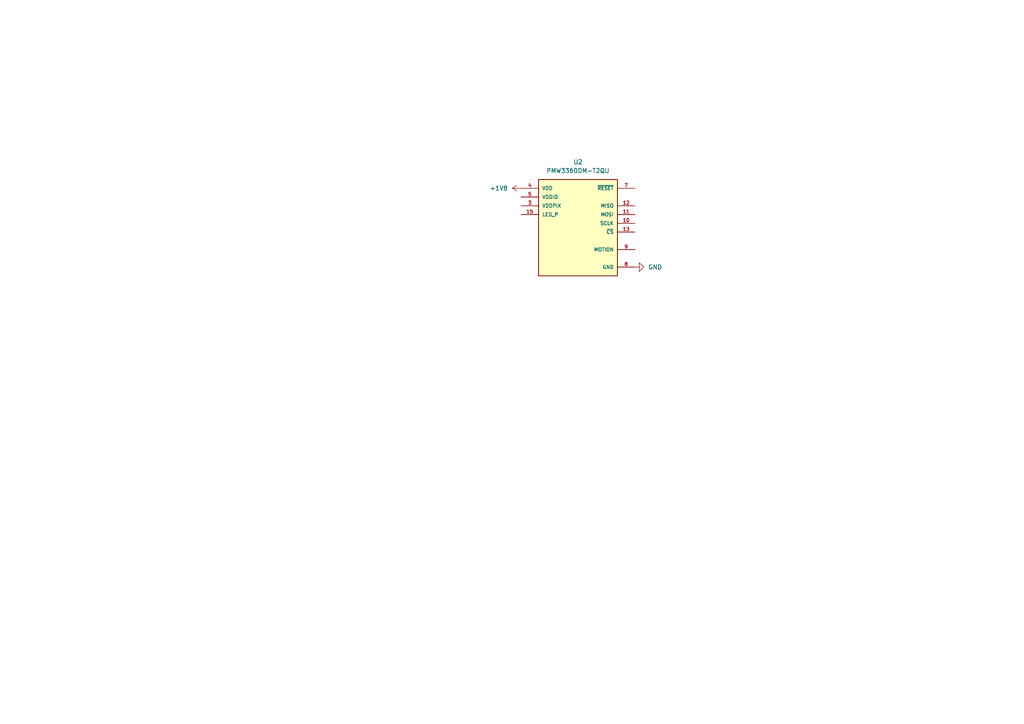
<source format=kicad_sch>
(kicad_sch
	(version 20231120)
	(generator "eeschema")
	(generator_version "8.0")
	(uuid "76e3ec98-1a7e-4258-95d7-e1f20466e5f1")
	(paper "A4")
	(lib_symbols
		(symbol "PMW3360DM-T2QU:PMW3360DM-T2QU"
			(pin_names
				(offset 1.016)
			)
			(exclude_from_sim no)
			(in_bom yes)
			(on_board yes)
			(property "Reference" "U"
				(at -12.7 13.335 0)
				(effects
					(font
						(size 1.27 1.27)
					)
					(justify left bottom)
				)
			)
			(property "Value" "PMW3360DM-T2QU"
				(at -12.7 -17.78 0)
				(effects
					(font
						(size 1.27 1.27)
					)
					(justify left bottom)
				)
			)
			(property "Footprint" ""
				(at 0 0 0)
				(effects
					(font
						(size 1.27 1.27)
					)
					(hide yes)
				)
			)
			(property "Datasheet" ""
				(at 0 0 0)
				(effects
					(font
						(size 1.27 1.27)
					)
					(hide yes)
				)
			)
			(property "Description" "\n"
				(at 0 0 0)
				(effects
					(font
						(size 1.27 1.27)
					)
					(justify bottom)
					(hide yes)
				)
			)
			(property "MANUFACTURER_NAME" "PixArt Imaging Inc."
				(at 0 0 0)
				(effects
					(font
						(size 1.27 1.27)
					)
					(justify bottom)
					(hide yes)
				)
			)
			(property "MF" "PixArt"
				(at 0 0 0)
				(effects
					(font
						(size 1.27 1.27)
					)
					(justify bottom)
					(hide yes)
				)
			)
			(property "MOUSER_PRICE-STOCK" ""
				(at 0 0 0)
				(effects
					(font
						(size 1.27 1.27)
					)
					(justify bottom)
					(hide yes)
				)
			)
			(property "MOUSER_PART_NUMBER" ""
				(at 0 0 0)
				(effects
					(font
						(size 1.27 1.27)
					)
					(justify bottom)
					(hide yes)
				)
			)
			(property "Price" "None"
				(at 0 0 0)
				(effects
					(font
						(size 1.27 1.27)
					)
					(justify bottom)
					(hide yes)
				)
			)
			(property "Package" "None"
				(at 0 0 0)
				(effects
					(font
						(size 1.27 1.27)
					)
					(justify bottom)
					(hide yes)
				)
			)
			(property "Check_prices" "https://www.snapeda.com/parts/PMW3360DM-T2QU/PixArt/view-part/?ref=eda"
				(at 0 0 0)
				(effects
					(font
						(size 1.27 1.27)
					)
					(justify bottom)
					(hide yes)
				)
			)
			(property "HEIGHT" "mm"
				(at 0 0 0)
				(effects
					(font
						(size 1.27 1.27)
					)
					(justify bottom)
					(hide yes)
				)
			)
			(property "MP" "PMW3360DM-T2QU"
				(at 0 0 0)
				(effects
					(font
						(size 1.27 1.27)
					)
					(justify bottom)
					(hide yes)
				)
			)
			(property "SnapEDA_Link" "https://www.snapeda.com/parts/PMW3360DM-T2QU/PixArt/view-part/?ref=snap"
				(at 0 0 0)
				(effects
					(font
						(size 1.27 1.27)
					)
					(justify bottom)
					(hide yes)
				)
			)
			(property "ARROW_PRICE-STOCK" ""
				(at 0 0 0)
				(effects
					(font
						(size 1.27 1.27)
					)
					(justify bottom)
					(hide yes)
				)
			)
			(property "ARROW_PART_NUMBER" ""
				(at 0 0 0)
				(effects
					(font
						(size 1.27 1.27)
					)
					(justify bottom)
					(hide yes)
				)
			)
			(property "Availability" "Not in stock"
				(at 0 0 0)
				(effects
					(font
						(size 1.27 1.27)
					)
					(justify bottom)
					(hide yes)
				)
			)
			(property "MANUFACTURER_PART_NUMBER" "PMW3360DM-T2QU"
				(at 0 0 0)
				(effects
					(font
						(size 1.27 1.27)
					)
					(justify bottom)
					(hide yes)
				)
			)
			(symbol "PMW3360DM-T2QU_0_0"
				(rectangle
					(start -12.7 -15.24)
					(end 10.16 12.7)
					(stroke
						(width 0.254)
						(type default)
					)
					(fill
						(type background)
					)
				)
				(pin bidirectional line
					(at 15.24 0 180)
					(length 5.08)
					(name "SCLK"
						(effects
							(font
								(size 1.016 1.016)
							)
						)
					)
					(number "10"
						(effects
							(font
								(size 1.016 1.016)
							)
						)
					)
				)
				(pin bidirectional line
					(at 15.24 2.54 180)
					(length 5.08)
					(name "MOSI"
						(effects
							(font
								(size 1.016 1.016)
							)
						)
					)
					(number "11"
						(effects
							(font
								(size 1.016 1.016)
							)
						)
					)
				)
				(pin bidirectional line
					(at 15.24 5.08 180)
					(length 5.08)
					(name "MISO"
						(effects
							(font
								(size 1.016 1.016)
							)
						)
					)
					(number "12"
						(effects
							(font
								(size 1.016 1.016)
							)
						)
					)
				)
				(pin bidirectional line
					(at 15.24 -2.54 180)
					(length 5.08)
					(name "~{CS}"
						(effects
							(font
								(size 1.016 1.016)
							)
						)
					)
					(number "13"
						(effects
							(font
								(size 1.016 1.016)
							)
						)
					)
				)
				(pin bidirectional line
					(at -17.78 2.54 0)
					(length 5.08)
					(name "LED_P"
						(effects
							(font
								(size 1.016 1.016)
							)
						)
					)
					(number "15"
						(effects
							(font
								(size 1.016 1.016)
							)
						)
					)
				)
				(pin bidirectional line
					(at -17.78 5.08 0)
					(length 5.08)
					(name "VDDPIX"
						(effects
							(font
								(size 1.016 1.016)
							)
						)
					)
					(number "3"
						(effects
							(font
								(size 1.016 1.016)
							)
						)
					)
				)
				(pin bidirectional line
					(at -17.78 10.16 0)
					(length 5.08)
					(name "VDD"
						(effects
							(font
								(size 1.016 1.016)
							)
						)
					)
					(number "4"
						(effects
							(font
								(size 1.016 1.016)
							)
						)
					)
				)
				(pin bidirectional line
					(at -17.78 7.62 0)
					(length 5.08)
					(name "VDDIO"
						(effects
							(font
								(size 1.016 1.016)
							)
						)
					)
					(number "5"
						(effects
							(font
								(size 1.016 1.016)
							)
						)
					)
				)
				(pin bidirectional line
					(at 15.24 10.16 180)
					(length 5.08)
					(name "~{RESET}"
						(effects
							(font
								(size 1.016 1.016)
							)
						)
					)
					(number "7"
						(effects
							(font
								(size 1.016 1.016)
							)
						)
					)
				)
				(pin bidirectional line
					(at 15.24 -12.7 180)
					(length 5.08)
					(name "GND"
						(effects
							(font
								(size 1.016 1.016)
							)
						)
					)
					(number "8"
						(effects
							(font
								(size 1.016 1.016)
							)
						)
					)
				)
				(pin bidirectional line
					(at 15.24 -7.62 180)
					(length 5.08)
					(name "MOTION"
						(effects
							(font
								(size 1.016 1.016)
							)
						)
					)
					(number "9"
						(effects
							(font
								(size 1.016 1.016)
							)
						)
					)
				)
			)
		)
		(symbol "power:+1V8"
			(power)
			(pin_names
				(offset 0)
			)
			(exclude_from_sim no)
			(in_bom yes)
			(on_board yes)
			(property "Reference" "#PWR"
				(at 0 -3.81 0)
				(effects
					(font
						(size 1.27 1.27)
					)
					(hide yes)
				)
			)
			(property "Value" "+1V8"
				(at 0 3.556 0)
				(effects
					(font
						(size 1.27 1.27)
					)
				)
			)
			(property "Footprint" ""
				(at 0 0 0)
				(effects
					(font
						(size 1.27 1.27)
					)
					(hide yes)
				)
			)
			(property "Datasheet" ""
				(at 0 0 0)
				(effects
					(font
						(size 1.27 1.27)
					)
					(hide yes)
				)
			)
			(property "Description" "Power symbol creates a global label with name \"+1V8\""
				(at 0 0 0)
				(effects
					(font
						(size 1.27 1.27)
					)
					(hide yes)
				)
			)
			(property "ki_keywords" "global power"
				(at 0 0 0)
				(effects
					(font
						(size 1.27 1.27)
					)
					(hide yes)
				)
			)
			(symbol "+1V8_0_1"
				(polyline
					(pts
						(xy -0.762 1.27) (xy 0 2.54)
					)
					(stroke
						(width 0)
						(type default)
					)
					(fill
						(type none)
					)
				)
				(polyline
					(pts
						(xy 0 0) (xy 0 2.54)
					)
					(stroke
						(width 0)
						(type default)
					)
					(fill
						(type none)
					)
				)
				(polyline
					(pts
						(xy 0 2.54) (xy 0.762 1.27)
					)
					(stroke
						(width 0)
						(type default)
					)
					(fill
						(type none)
					)
				)
			)
			(symbol "+1V8_1_1"
				(pin power_in line
					(at 0 0 90)
					(length 0) hide
					(name "+1V8"
						(effects
							(font
								(size 1.27 1.27)
							)
						)
					)
					(number "1"
						(effects
							(font
								(size 1.27 1.27)
							)
						)
					)
				)
			)
		)
		(symbol "power:GND"
			(power)
			(pin_names
				(offset 0)
			)
			(exclude_from_sim no)
			(in_bom yes)
			(on_board yes)
			(property "Reference" "#PWR"
				(at 0 -6.35 0)
				(effects
					(font
						(size 1.27 1.27)
					)
					(hide yes)
				)
			)
			(property "Value" "GND"
				(at 0 -3.81 0)
				(effects
					(font
						(size 1.27 1.27)
					)
				)
			)
			(property "Footprint" ""
				(at 0 0 0)
				(effects
					(font
						(size 1.27 1.27)
					)
					(hide yes)
				)
			)
			(property "Datasheet" ""
				(at 0 0 0)
				(effects
					(font
						(size 1.27 1.27)
					)
					(hide yes)
				)
			)
			(property "Description" "Power symbol creates a global label with name \"GND\" , ground"
				(at 0 0 0)
				(effects
					(font
						(size 1.27 1.27)
					)
					(hide yes)
				)
			)
			(property "ki_keywords" "global power"
				(at 0 0 0)
				(effects
					(font
						(size 1.27 1.27)
					)
					(hide yes)
				)
			)
			(symbol "GND_0_1"
				(polyline
					(pts
						(xy 0 0) (xy 0 -1.27) (xy 1.27 -1.27) (xy 0 -2.54) (xy -1.27 -1.27) (xy 0 -1.27)
					)
					(stroke
						(width 0)
						(type default)
					)
					(fill
						(type none)
					)
				)
			)
			(symbol "GND_1_1"
				(pin power_in line
					(at 0 0 270)
					(length 0) hide
					(name "GND"
						(effects
							(font
								(size 1.27 1.27)
							)
						)
					)
					(number "1"
						(effects
							(font
								(size 1.27 1.27)
							)
						)
					)
				)
			)
		)
	)
	(symbol
		(lib_id "power:GND")
		(at 184.15 77.47 90)
		(unit 1)
		(exclude_from_sim no)
		(in_bom yes)
		(on_board yes)
		(dnp no)
		(fields_autoplaced yes)
		(uuid "7e2903bb-1f3e-4bc4-ab83-51fcfd9d4568")
		(property "Reference" "#PWR02"
			(at 190.5 77.47 0)
			(effects
				(font
					(size 1.27 1.27)
				)
				(hide yes)
			)
		)
		(property "Value" "GND"
			(at 187.96 77.47 90)
			(effects
				(font
					(size 1.27 1.27)
				)
				(justify right)
			)
		)
		(property "Footprint" ""
			(at 184.15 77.47 0)
			(effects
				(font
					(size 1.27 1.27)
				)
				(hide yes)
			)
		)
		(property "Datasheet" ""
			(at 184.15 77.47 0)
			(effects
				(font
					(size 1.27 1.27)
				)
				(hide yes)
			)
		)
		(property "Description" ""
			(at 184.15 77.47 0)
			(effects
				(font
					(size 1.27 1.27)
				)
				(hide yes)
			)
		)
		(pin "1"
			(uuid "9f158e60-9326-486c-a3f9-46c5ae6dfe02")
		)
		(instances
			(project "Mouse"
				(path "/76e3ec98-1a7e-4258-95d7-e1f20466e5f1"
					(reference "#PWR02")
					(unit 1)
				)
			)
		)
	)
	(symbol
		(lib_id "power:+1V8")
		(at 151.13 54.61 90)
		(unit 1)
		(exclude_from_sim no)
		(in_bom yes)
		(on_board yes)
		(dnp no)
		(fields_autoplaced yes)
		(uuid "8a381d8d-4623-46f8-8a23-32126ab04474")
		(property "Reference" "#PWR01"
			(at 154.94 54.61 0)
			(effects
				(font
					(size 1.27 1.27)
				)
				(hide yes)
			)
		)
		(property "Value" "+1V8"
			(at 147.32 54.61 90)
			(effects
				(font
					(size 1.27 1.27)
				)
				(justify left)
			)
		)
		(property "Footprint" ""
			(at 151.13 54.61 0)
			(effects
				(font
					(size 1.27 1.27)
				)
				(hide yes)
			)
		)
		(property "Datasheet" ""
			(at 151.13 54.61 0)
			(effects
				(font
					(size 1.27 1.27)
				)
				(hide yes)
			)
		)
		(property "Description" ""
			(at 151.13 54.61 0)
			(effects
				(font
					(size 1.27 1.27)
				)
				(hide yes)
			)
		)
		(pin "1"
			(uuid "358e3c2f-26c7-4b77-80fa-5801295410d6")
		)
		(instances
			(project "Mouse"
				(path "/76e3ec98-1a7e-4258-95d7-e1f20466e5f1"
					(reference "#PWR01")
					(unit 1)
				)
			)
		)
	)
	(symbol
		(lib_id "PMW3360DM-T2QU:PMW3360DM-T2QU")
		(at 168.91 64.77 0)
		(unit 1)
		(exclude_from_sim no)
		(in_bom yes)
		(on_board yes)
		(dnp no)
		(fields_autoplaced yes)
		(uuid "dd353a10-98db-4cf4-8fe6-743d4af24623")
		(property "Reference" "U2"
			(at 167.64 46.99 0)
			(effects
				(font
					(size 1.27 1.27)
				)
			)
		)
		(property "Value" "PMW3360DM-T2QU"
			(at 167.64 49.53 0)
			(effects
				(font
					(size 1.27 1.27)
				)
			)
		)
		(property "Footprint" ""
			(at 168.91 64.77 0)
			(effects
				(font
					(size 1.27 1.27)
				)
				(hide yes)
			)
		)
		(property "Datasheet" ""
			(at 168.91 64.77 0)
			(effects
				(font
					(size 1.27 1.27)
				)
				(hide yes)
			)
		)
		(property "Description" "\n"
			(at 168.91 64.77 0)
			(effects
				(font
					(size 1.27 1.27)
				)
				(justify bottom)
				(hide yes)
			)
		)
		(property "MANUFACTURER_NAME" "PixArt Imaging Inc."
			(at 168.91 64.77 0)
			(effects
				(font
					(size 1.27 1.27)
				)
				(justify bottom)
				(hide yes)
			)
		)
		(property "MF" "PixArt"
			(at 168.91 64.77 0)
			(effects
				(font
					(size 1.27 1.27)
				)
				(justify bottom)
				(hide yes)
			)
		)
		(property "MOUSER_PRICE-STOCK" ""
			(at 168.91 64.77 0)
			(effects
				(font
					(size 1.27 1.27)
				)
				(justify bottom)
				(hide yes)
			)
		)
		(property "DESCRIPTION" "Optical gaming navigation sensor"
			(at 168.91 64.77 0)
			(effects
				(font
					(size 1.27 1.27)
				)
				(justify bottom)
				(hide yes)
			)
		)
		(property "MOUSER_PART_NUMBER" ""
			(at 168.91 64.77 0)
			(effects
				(font
					(size 1.27 1.27)
				)
				(justify bottom)
				(hide yes)
			)
		)
		(property "Price" "None"
			(at 168.91 64.77 0)
			(effects
				(font
					(size 1.27 1.27)
				)
				(justify bottom)
				(hide yes)
			)
		)
		(property "Package" "None"
			(at 168.91 64.77 0)
			(effects
				(font
					(size 1.27 1.27)
				)
				(justify bottom)
				(hide yes)
			)
		)
		(property "Check_prices" "https://www.snapeda.com/parts/PMW3360DM-T2QU/PixArt/view-part/?ref=eda"
			(at 168.91 64.77 0)
			(effects
				(font
					(size 1.27 1.27)
				)
				(justify bottom)
				(hide yes)
			)
		)
		(property "HEIGHT" "mm"
			(at 168.91 64.77 0)
			(effects
				(font
					(size 1.27 1.27)
				)
				(justify bottom)
				(hide yes)
			)
		)
		(property "MP" "PMW3360DM-T2QU"
			(at 168.91 64.77 0)
			(effects
				(font
					(size 1.27 1.27)
				)
				(justify bottom)
				(hide yes)
			)
		)
		(property "SnapEDA_Link" "https://www.snapeda.com/parts/PMW3360DM-T2QU/PixArt/view-part/?ref=snap"
			(at 168.91 64.77 0)
			(effects
				(font
					(size 1.27 1.27)
				)
				(justify bottom)
				(hide yes)
			)
		)
		(property "ARROW_PRICE-STOCK" ""
			(at 168.91 64.77 0)
			(effects
				(font
					(size 1.27 1.27)
				)
				(justify bottom)
				(hide yes)
			)
		)
		(property "ARROW_PART_NUMBER" ""
			(at 168.91 64.77 0)
			(effects
				(font
					(size 1.27 1.27)
				)
				(justify bottom)
				(hide yes)
			)
		)
		(property "Availability" "Not in stock"
			(at 168.91 64.77 0)
			(effects
				(font
					(size 1.27 1.27)
				)
				(justify bottom)
				(hide yes)
			)
		)
		(property "MANUFACTURER_PART_NUMBER" "PMW3360DM-T2QU"
			(at 168.91 64.77 0)
			(effects
				(font
					(size 1.27 1.27)
				)
				(justify bottom)
				(hide yes)
			)
		)
		(pin "10"
			(uuid "4260b84f-4612-4ff6-800f-e1a96f960621")
		)
		(pin "11"
			(uuid "eb9fac7c-3a0a-4798-8516-ad13968c5984")
		)
		(pin "12"
			(uuid "4ef7f280-137c-4ce6-b893-7cbd59dcfca5")
		)
		(pin "13"
			(uuid "47c09a87-7002-4819-ae10-0157b09029ab")
		)
		(pin "15"
			(uuid "808c7a21-81d2-40fb-a7b1-ddb96b77cdaf")
		)
		(pin "3"
			(uuid "7c25b728-d235-4633-9102-70d130eb2ee4")
		)
		(pin "4"
			(uuid "1a44a906-26fa-4331-a5ed-c2a1540ca4ec")
		)
		(pin "5"
			(uuid "98f2a089-256c-49ca-a388-bba22f81d2e1")
		)
		(pin "7"
			(uuid "8d2ed7d9-149c-4a93-9040-f487099d3a6e")
		)
		(pin "8"
			(uuid "f277f706-c28f-4489-b6dd-404d74aba5f6")
		)
		(pin "9"
			(uuid "387f76a0-6ea4-4a9a-94a3-81b40eb232df")
		)
		(instances
			(project "Mouse"
				(path "/76e3ec98-1a7e-4258-95d7-e1f20466e5f1"
					(reference "U2")
					(unit 1)
				)
			)
		)
	)
	(sheet_instances
		(path "/"
			(page "1")
		)
	)
)

</source>
